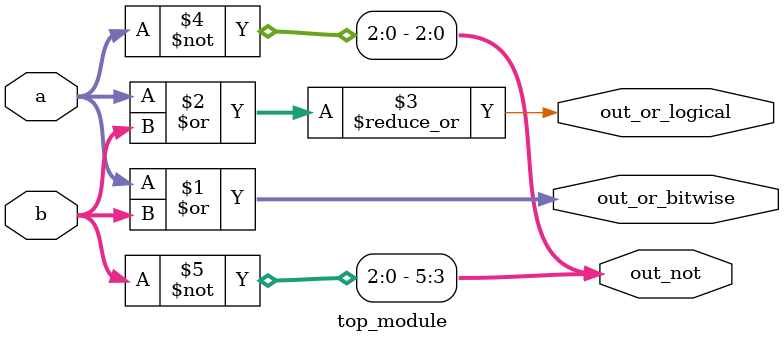
<source format=sv>
module top_module(
    input [2:0] a, 
    input [2:0] b, 
    output [2:0] out_or_bitwise,
    output out_or_logical,
    output [5:0] out_not
);

    assign out_or_bitwise = a | b;             // Bitwise OR
    assign out_or_logical = |(a | b);          // Logical OR (OR reduction)
    assign out_not = {~b, ~a};                 // Concatenate inverse of b and a in the specified order

endmodule

</source>
